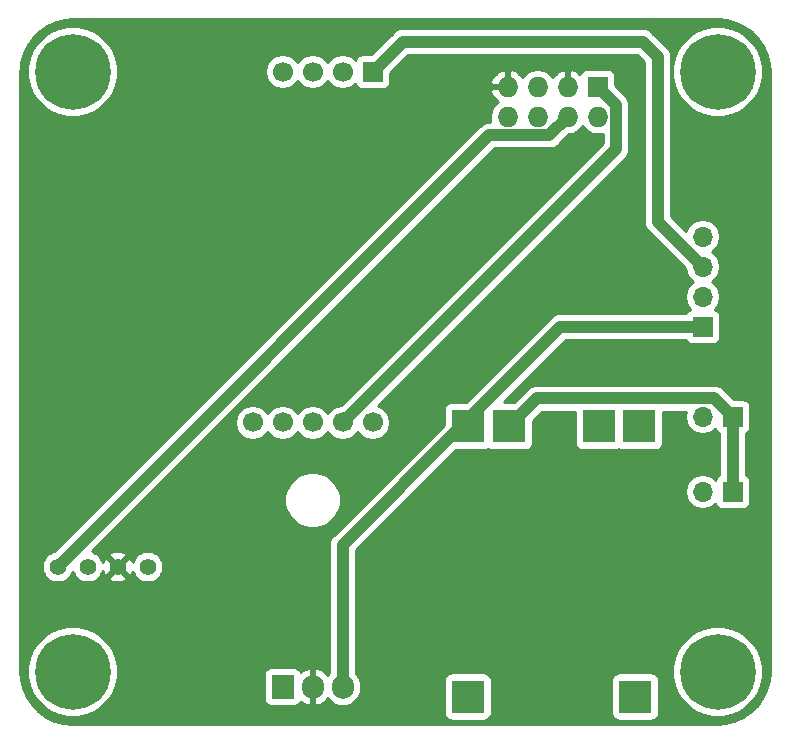
<source format=gbr>
%TF.GenerationSoftware,KiCad,Pcbnew,(5.1.10)-1*%
%TF.CreationDate,2022-04-16T20:13:42-07:00*%
%TF.ProjectId,S8-CO2 Sensor KiCAD,53382d43-4f32-4205-9365-6e736f72204b,rev?*%
%TF.SameCoordinates,Original*%
%TF.FileFunction,Copper,L1,Top*%
%TF.FilePolarity,Positive*%
%FSLAX46Y46*%
G04 Gerber Fmt 4.6, Leading zero omitted, Abs format (unit mm)*
G04 Created by KiCad (PCBNEW (5.1.10)-1) date 2022-04-16 20:13:42*
%MOMM*%
%LPD*%
G01*
G04 APERTURE LIST*
%TA.AperFunction,ComponentPad*%
%ADD10C,1.700000*%
%TD*%
%TA.AperFunction,ComponentPad*%
%ADD11R,1.700000X1.700000*%
%TD*%
%TA.AperFunction,ComponentPad*%
%ADD12O,1.700000X1.700000*%
%TD*%
%TA.AperFunction,ComponentPad*%
%ADD13R,1.727200X1.727200*%
%TD*%
%TA.AperFunction,ComponentPad*%
%ADD14O,1.727200X1.727200*%
%TD*%
%TA.AperFunction,ComponentPad*%
%ADD15R,2.800000X2.800000*%
%TD*%
%TA.AperFunction,ComponentPad*%
%ADD16R,1.905000X2.000000*%
%TD*%
%TA.AperFunction,ComponentPad*%
%ADD17O,1.905000X2.000000*%
%TD*%
%TA.AperFunction,ComponentPad*%
%ADD18C,6.400000*%
%TD*%
%TA.AperFunction,ComponentPad*%
%ADD19C,0.800000*%
%TD*%
%TA.AperFunction,ComponentPad*%
%ADD20C,1.397000*%
%TD*%
%TA.AperFunction,Conductor*%
%ADD21C,1.000000*%
%TD*%
%TA.AperFunction,Conductor*%
%ADD22C,0.254000*%
%TD*%
%TA.AperFunction,Conductor*%
%ADD23C,0.100000*%
%TD*%
G04 APERTURE END LIST*
D10*
%TO.P,DB4,9*%
%TO.N,Net-(DB4-Pad9)*%
X135890000Y-99550000D03*
%TO.P,DB4,8*%
%TO.N,Net-(DB3-Pad1)*%
X133350000Y-99550000D03*
%TO.P,DB4,7*%
%TO.N,Net-(DB3-Pad8)*%
X130810000Y-99550000D03*
%TO.P,DB4,6*%
%TO.N,Net-(DB4-Pad6)*%
X128270000Y-99550000D03*
%TO.P,DB4,4*%
%TO.N,Net-(DB4-Pad4)*%
X128270000Y-69850000D03*
D11*
%TO.P,DB4,1*%
%TO.N,+5V*%
X135890000Y-69850000D03*
D10*
%TO.P,DB4,2*%
%TO.N,GND*%
X133350000Y-69850000D03*
%TO.P,DB4,3*%
%TO.N,Net-(DB4-Pad3)*%
X130810000Y-69850000D03*
%TO.P,DB4,5*%
%TO.N,Net-(DB4-Pad5)*%
X125730000Y-99550000D03*
%TD*%
D12*
%TO.P,LION2,2*%
%TO.N,GND*%
X163830000Y-105410000D03*
D11*
%TO.P,LION2,1*%
%TO.N,Net-(DB1-Pad5)*%
X166370000Y-105410000D03*
%TD*%
D13*
%TO.P,DB3,1*%
%TO.N,Net-(DB3-Pad1)*%
X154940000Y-71120000D03*
D14*
%TO.P,DB3,2*%
%TO.N,GND*%
X154940000Y-73660000D03*
%TO.P,DB3,3*%
%TO.N,+3V3*%
X152400000Y-71120000D03*
%TO.P,DB3,4*%
%TO.N,/SDA*%
X152400000Y-73660000D03*
%TO.P,DB3,5*%
%TO.N,Net-(DB3-Pad5)*%
X149860000Y-71120000D03*
%TO.P,DB3,6*%
%TO.N,/SCL*%
X149860000Y-73660000D03*
%TO.P,DB3,7*%
%TO.N,+3V3*%
X147320000Y-71120000D03*
%TO.P,DB3,8*%
%TO.N,Net-(DB3-Pad8)*%
X147320000Y-73660000D03*
%TD*%
D15*
%TO.P,DB1,6*%
%TO.N,GND*%
X155040000Y-99860000D03*
%TO.P,DB1,5*%
%TO.N,Net-(DB1-Pad5)*%
X147440000Y-99860000D03*
%TO.P,DB1,4*%
%TO.N,GND*%
X158440000Y-99860000D03*
%TO.P,DB1,3*%
%TO.N,Net-(DB1-Pad3)*%
X143940000Y-99860000D03*
%TO.P,DB1,2*%
%TO.N,GND*%
X158140000Y-122760000D03*
%TO.P,DB1,1*%
%TO.N,VCC*%
X143940000Y-122760000D03*
%TD*%
D11*
%TO.P,DB2,1*%
%TO.N,Net-(DB1-Pad3)*%
X163830000Y-91440000D03*
D12*
%TO.P,DB2,2*%
%TO.N,GND*%
X163830000Y-88900000D03*
%TO.P,DB2,3*%
%TO.N,+5V*%
X163830000Y-86360000D03*
%TO.P,DB2,4*%
%TO.N,GND*%
X163830000Y-83820000D03*
%TD*%
D11*
%TO.P,LION1,1*%
%TO.N,Net-(DB1-Pad5)*%
X166370000Y-99060000D03*
D12*
%TO.P,LION1,2*%
%TO.N,GND*%
X163830000Y-99060000D03*
%TD*%
D16*
%TO.P,VR1,1*%
%TO.N,GND*%
X128270000Y-121920000D03*
D17*
%TO.P,VR1,2*%
%TO.N,+3V3*%
X130810000Y-121920000D03*
%TO.P,VR1,3*%
%TO.N,Net-(DB1-Pad3)*%
X133350000Y-121920000D03*
%TD*%
D18*
%TO.P,H1,1*%
%TO.N,GND*%
X110490000Y-69850000D03*
D19*
X112890000Y-69850000D03*
X112187056Y-71547056D03*
X110490000Y-72250000D03*
X108792944Y-71547056D03*
X108090000Y-69850000D03*
X108792944Y-68152944D03*
X110490000Y-67450000D03*
X112187056Y-68152944D03*
%TD*%
%TO.P,H2,1*%
%TO.N,GND*%
X166797056Y-68152944D03*
X165100000Y-67450000D03*
X163402944Y-68152944D03*
X162700000Y-69850000D03*
X163402944Y-71547056D03*
X165100000Y-72250000D03*
X166797056Y-71547056D03*
X167500000Y-69850000D03*
D18*
X165100000Y-69850000D03*
%TD*%
%TO.P,H3,1*%
%TO.N,GND*%
X110490000Y-120650000D03*
D19*
X112890000Y-120650000D03*
X112187056Y-122347056D03*
X110490000Y-123050000D03*
X108792944Y-122347056D03*
X108090000Y-120650000D03*
X108792944Y-118952944D03*
X110490000Y-118250000D03*
X112187056Y-118952944D03*
%TD*%
%TO.P,H4,1*%
%TO.N,GND*%
X166797056Y-118952944D03*
X165100000Y-118250000D03*
X163402944Y-118952944D03*
X162700000Y-120650000D03*
X163402944Y-122347056D03*
X165100000Y-123050000D03*
X166797056Y-122347056D03*
X167500000Y-120650000D03*
D18*
X165100000Y-120650000D03*
%TD*%
D20*
%TO.P,DS1,1*%
%TO.N,/SDA*%
X109220000Y-111760000D03*
%TO.P,DS1,2*%
%TO.N,/SCL*%
X111760000Y-111760000D03*
%TO.P,DS1,3*%
%TO.N,+3V3*%
X114300000Y-111760000D03*
%TO.P,DS1,4*%
%TO.N,GND*%
X116840000Y-111760000D03*
%TD*%
D21*
%TO.N,Net-(DB1-Pad5)*%
X166370000Y-105410000D02*
X166370000Y-99060000D01*
X149790001Y-97509999D02*
X147440000Y-99860000D01*
X164819999Y-97509999D02*
X149790001Y-97509999D01*
X166370000Y-99060000D02*
X164819999Y-97509999D01*
%TO.N,Net-(DB1-Pad3)*%
X143940000Y-99299998D02*
X143940000Y-99860000D01*
X151799998Y-91440000D02*
X143940000Y-99299998D01*
X163830000Y-91440000D02*
X151799998Y-91440000D01*
X133350000Y-109889998D02*
X143379998Y-99860000D01*
X143379998Y-99860000D02*
X143940000Y-99860000D01*
X133350000Y-121920000D02*
X133350000Y-109889998D01*
%TO.N,+5V*%
X136183601Y-69556399D02*
X135890000Y-69850000D01*
X160020000Y-82550000D02*
X163830000Y-86360000D01*
X160020000Y-68580000D02*
X160020000Y-82550000D01*
X158750000Y-67310000D02*
X160020000Y-68580000D01*
X138430000Y-67310000D02*
X158750000Y-67310000D01*
X135890000Y-69850000D02*
X138430000Y-67310000D01*
%TO.N,Net-(DB3-Pad1)*%
X156503601Y-76396399D02*
X133350000Y-99550000D01*
X156503601Y-72683601D02*
X156503601Y-76396399D01*
X154940000Y-71120000D02*
X156503601Y-72683601D01*
%TO.N,/SDA*%
X150836399Y-75223601D02*
X145756399Y-75223601D01*
X152400000Y-73660000D02*
X150836399Y-75223601D01*
X145756399Y-75223601D02*
X109220000Y-111760000D01*
%TD*%
D22*
%TO.N,+3V3*%
X165882249Y-65502437D02*
X166639774Y-65709672D01*
X167348625Y-66047777D01*
X167986404Y-66506067D01*
X168532946Y-67070055D01*
X168970977Y-67721913D01*
X169286651Y-68441038D01*
X169471206Y-69209768D01*
X169520001Y-69874221D01*
X169520000Y-120620608D01*
X169447563Y-121432249D01*
X169240328Y-122189774D01*
X168902221Y-122898627D01*
X168443928Y-123536410D01*
X167879945Y-124082946D01*
X167228085Y-124520978D01*
X166508963Y-124836651D01*
X165740232Y-125021206D01*
X165075792Y-125070000D01*
X110519392Y-125070000D01*
X109707751Y-124997563D01*
X108950226Y-124790328D01*
X108241373Y-124452221D01*
X107603590Y-123993928D01*
X107057054Y-123429945D01*
X106619022Y-122778085D01*
X106303349Y-122058963D01*
X106118794Y-121290232D01*
X106070000Y-120625792D01*
X106070000Y-120272285D01*
X106655000Y-120272285D01*
X106655000Y-121027715D01*
X106802377Y-121768628D01*
X107091467Y-122466554D01*
X107511161Y-123094670D01*
X108045330Y-123628839D01*
X108673446Y-124048533D01*
X109371372Y-124337623D01*
X110112285Y-124485000D01*
X110867715Y-124485000D01*
X111608628Y-124337623D01*
X112306554Y-124048533D01*
X112934670Y-123628839D01*
X113468839Y-123094670D01*
X113888533Y-122466554D01*
X114177623Y-121768628D01*
X114325000Y-121027715D01*
X114325000Y-120920000D01*
X126679428Y-120920000D01*
X126679428Y-122920000D01*
X126691688Y-123044482D01*
X126727998Y-123164180D01*
X126786963Y-123274494D01*
X126866315Y-123371185D01*
X126963006Y-123450537D01*
X127073320Y-123509502D01*
X127193018Y-123545812D01*
X127317500Y-123558072D01*
X129222500Y-123558072D01*
X129346982Y-123545812D01*
X129466680Y-123509502D01*
X129576994Y-123450537D01*
X129673685Y-123371185D01*
X129753037Y-123274494D01*
X129802059Y-123182781D01*
X129943077Y-123295969D01*
X130218906Y-123439571D01*
X130437020Y-123510563D01*
X130683000Y-123390594D01*
X130683000Y-122047000D01*
X130663000Y-122047000D01*
X130663000Y-121793000D01*
X130683000Y-121793000D01*
X130683000Y-120449406D01*
X130437020Y-120329437D01*
X130218906Y-120400429D01*
X129943077Y-120544031D01*
X129802059Y-120657219D01*
X129753037Y-120565506D01*
X129673685Y-120468815D01*
X129576994Y-120389463D01*
X129466680Y-120330498D01*
X129346982Y-120294188D01*
X129222500Y-120281928D01*
X127317500Y-120281928D01*
X127193018Y-120294188D01*
X127073320Y-120330498D01*
X126963006Y-120389463D01*
X126866315Y-120468815D01*
X126786963Y-120565506D01*
X126727998Y-120675820D01*
X126691688Y-120795518D01*
X126679428Y-120920000D01*
X114325000Y-120920000D01*
X114325000Y-120272285D01*
X114177623Y-119531372D01*
X113888533Y-118833446D01*
X113468839Y-118205330D01*
X112934670Y-117671161D01*
X112306554Y-117251467D01*
X111608628Y-116962377D01*
X110867715Y-116815000D01*
X110112285Y-116815000D01*
X109371372Y-116962377D01*
X108673446Y-117251467D01*
X108045330Y-117671161D01*
X107511161Y-118205330D01*
X107091467Y-118833446D01*
X106802377Y-119531372D01*
X106655000Y-120272285D01*
X106070000Y-120272285D01*
X106070000Y-111628662D01*
X107886500Y-111628662D01*
X107886500Y-111891338D01*
X107937746Y-112148968D01*
X108038268Y-112391649D01*
X108184203Y-112610057D01*
X108369943Y-112795797D01*
X108588351Y-112941732D01*
X108831032Y-113042254D01*
X109088662Y-113093500D01*
X109351338Y-113093500D01*
X109608968Y-113042254D01*
X109851649Y-112941732D01*
X110070057Y-112795797D01*
X110255797Y-112610057D01*
X110401732Y-112391649D01*
X110490000Y-112178552D01*
X110578268Y-112391649D01*
X110724203Y-112610057D01*
X110909943Y-112795797D01*
X111128351Y-112941732D01*
X111371032Y-113042254D01*
X111628662Y-113093500D01*
X111891338Y-113093500D01*
X112148968Y-113042254D01*
X112391649Y-112941732D01*
X112610057Y-112795797D01*
X112725657Y-112680197D01*
X113559408Y-112680197D01*
X113618686Y-112913812D01*
X113856875Y-113024559D01*
X114112093Y-113086711D01*
X114374533Y-113097876D01*
X114634107Y-113057629D01*
X114880842Y-112967514D01*
X114981314Y-112913812D01*
X115040592Y-112680197D01*
X114300000Y-111939605D01*
X113559408Y-112680197D01*
X112725657Y-112680197D01*
X112795797Y-112610057D01*
X112941732Y-112391649D01*
X113031707Y-112174430D01*
X113092486Y-112340842D01*
X113146188Y-112441314D01*
X113379803Y-112500592D01*
X114120395Y-111760000D01*
X114479605Y-111760000D01*
X115220197Y-112500592D01*
X115453812Y-112441314D01*
X115564559Y-112203125D01*
X115570342Y-112179378D01*
X115658268Y-112391649D01*
X115804203Y-112610057D01*
X115989943Y-112795797D01*
X116208351Y-112941732D01*
X116451032Y-113042254D01*
X116708662Y-113093500D01*
X116971338Y-113093500D01*
X117228968Y-113042254D01*
X117471649Y-112941732D01*
X117690057Y-112795797D01*
X117875797Y-112610057D01*
X118021732Y-112391649D01*
X118122254Y-112148968D01*
X118173500Y-111891338D01*
X118173500Y-111628662D01*
X118122254Y-111371032D01*
X118021732Y-111128351D01*
X117875797Y-110909943D01*
X117690057Y-110724203D01*
X117471649Y-110578268D01*
X117228968Y-110477746D01*
X116971338Y-110426500D01*
X116708662Y-110426500D01*
X116451032Y-110477746D01*
X116208351Y-110578268D01*
X115989943Y-110724203D01*
X115804203Y-110909943D01*
X115658268Y-111128351D01*
X115568293Y-111345570D01*
X115507514Y-111179158D01*
X115453812Y-111078686D01*
X115220197Y-111019408D01*
X114479605Y-111760000D01*
X114120395Y-111760000D01*
X113379803Y-111019408D01*
X113146188Y-111078686D01*
X113035441Y-111316875D01*
X113029658Y-111340622D01*
X112941732Y-111128351D01*
X112795797Y-110909943D01*
X112725657Y-110839803D01*
X113559408Y-110839803D01*
X114300000Y-111580395D01*
X115040592Y-110839803D01*
X114981314Y-110606188D01*
X114743125Y-110495441D01*
X114487907Y-110433289D01*
X114225467Y-110422124D01*
X113965893Y-110462371D01*
X113719158Y-110552486D01*
X113618686Y-110606188D01*
X113559408Y-110839803D01*
X112725657Y-110839803D01*
X112610057Y-110724203D01*
X112391649Y-110578268D01*
X112148968Y-110477746D01*
X112114284Y-110470847D01*
X116700033Y-105885098D01*
X128425000Y-105885098D01*
X128425000Y-106354902D01*
X128516654Y-106815679D01*
X128696440Y-107249721D01*
X128957450Y-107640349D01*
X129289651Y-107972550D01*
X129680279Y-108233560D01*
X130114321Y-108413346D01*
X130575098Y-108505000D01*
X131044902Y-108505000D01*
X131505679Y-108413346D01*
X131939721Y-108233560D01*
X132330349Y-107972550D01*
X132662550Y-107640349D01*
X132923560Y-107249721D01*
X133103346Y-106815679D01*
X133195000Y-106354902D01*
X133195000Y-105885098D01*
X133103346Y-105424321D01*
X132923560Y-104990279D01*
X132662550Y-104599651D01*
X132330349Y-104267450D01*
X131939721Y-104006440D01*
X131505679Y-103826654D01*
X131044902Y-103735000D01*
X130575098Y-103735000D01*
X130114321Y-103826654D01*
X129680279Y-104006440D01*
X129289651Y-104267450D01*
X128957450Y-104599651D01*
X128696440Y-104990279D01*
X128516654Y-105424321D01*
X128425000Y-105885098D01*
X116700033Y-105885098D01*
X146226531Y-76358601D01*
X150780648Y-76358601D01*
X150836399Y-76364092D01*
X150892150Y-76358601D01*
X150892151Y-76358601D01*
X151058898Y-76342178D01*
X151272846Y-76277277D01*
X151470022Y-76171885D01*
X151642848Y-76030050D01*
X151678395Y-75986736D01*
X152506532Y-75158600D01*
X152547599Y-75158600D01*
X152837125Y-75101010D01*
X153109853Y-74988042D01*
X153355302Y-74824039D01*
X153564039Y-74615302D01*
X153670000Y-74456719D01*
X153775961Y-74615302D01*
X153984698Y-74824039D01*
X154230147Y-74988042D01*
X154502875Y-75101010D01*
X154792401Y-75158600D01*
X155087599Y-75158600D01*
X155368602Y-75102705D01*
X155368602Y-75926265D01*
X133229869Y-98065000D01*
X133203740Y-98065000D01*
X132916842Y-98122068D01*
X132646589Y-98234010D01*
X132403368Y-98396525D01*
X132196525Y-98603368D01*
X132080000Y-98777760D01*
X131963475Y-98603368D01*
X131756632Y-98396525D01*
X131513411Y-98234010D01*
X131243158Y-98122068D01*
X130956260Y-98065000D01*
X130663740Y-98065000D01*
X130376842Y-98122068D01*
X130106589Y-98234010D01*
X129863368Y-98396525D01*
X129656525Y-98603368D01*
X129540000Y-98777760D01*
X129423475Y-98603368D01*
X129216632Y-98396525D01*
X128973411Y-98234010D01*
X128703158Y-98122068D01*
X128416260Y-98065000D01*
X128123740Y-98065000D01*
X127836842Y-98122068D01*
X127566589Y-98234010D01*
X127323368Y-98396525D01*
X127116525Y-98603368D01*
X127000000Y-98777760D01*
X126883475Y-98603368D01*
X126676632Y-98396525D01*
X126433411Y-98234010D01*
X126163158Y-98122068D01*
X125876260Y-98065000D01*
X125583740Y-98065000D01*
X125296842Y-98122068D01*
X125026589Y-98234010D01*
X124783368Y-98396525D01*
X124576525Y-98603368D01*
X124414010Y-98846589D01*
X124302068Y-99116842D01*
X124245000Y-99403740D01*
X124245000Y-99696260D01*
X124302068Y-99983158D01*
X124414010Y-100253411D01*
X124576525Y-100496632D01*
X124783368Y-100703475D01*
X125026589Y-100865990D01*
X125296842Y-100977932D01*
X125583740Y-101035000D01*
X125876260Y-101035000D01*
X126163158Y-100977932D01*
X126433411Y-100865990D01*
X126676632Y-100703475D01*
X126883475Y-100496632D01*
X127000000Y-100322240D01*
X127116525Y-100496632D01*
X127323368Y-100703475D01*
X127566589Y-100865990D01*
X127836842Y-100977932D01*
X128123740Y-101035000D01*
X128416260Y-101035000D01*
X128703158Y-100977932D01*
X128973411Y-100865990D01*
X129216632Y-100703475D01*
X129423475Y-100496632D01*
X129540000Y-100322240D01*
X129656525Y-100496632D01*
X129863368Y-100703475D01*
X130106589Y-100865990D01*
X130376842Y-100977932D01*
X130663740Y-101035000D01*
X130956260Y-101035000D01*
X131243158Y-100977932D01*
X131513411Y-100865990D01*
X131756632Y-100703475D01*
X131963475Y-100496632D01*
X132080000Y-100322240D01*
X132196525Y-100496632D01*
X132403368Y-100703475D01*
X132646589Y-100865990D01*
X132916842Y-100977932D01*
X133203740Y-101035000D01*
X133496260Y-101035000D01*
X133783158Y-100977932D01*
X134053411Y-100865990D01*
X134296632Y-100703475D01*
X134503475Y-100496632D01*
X134620000Y-100322240D01*
X134736525Y-100496632D01*
X134943368Y-100703475D01*
X135186589Y-100865990D01*
X135456842Y-100977932D01*
X135743740Y-101035000D01*
X136036260Y-101035000D01*
X136323158Y-100977932D01*
X136593411Y-100865990D01*
X136836632Y-100703475D01*
X137043475Y-100496632D01*
X137205990Y-100253411D01*
X137317932Y-99983158D01*
X137375000Y-99696260D01*
X137375000Y-99403740D01*
X137317932Y-99116842D01*
X137205990Y-98846589D01*
X137043475Y-98603368D01*
X136836632Y-98396525D01*
X136593411Y-98234010D01*
X136365517Y-98139614D01*
X157266747Y-77238386D01*
X157310050Y-77202848D01*
X157451885Y-77030022D01*
X157557277Y-76832846D01*
X157622178Y-76618898D01*
X157638601Y-76452151D01*
X157644092Y-76396399D01*
X157638601Y-76340647D01*
X157638601Y-72739353D01*
X157644092Y-72683601D01*
X157622178Y-72461102D01*
X157557277Y-72247154D01*
X157451885Y-72049978D01*
X157368277Y-71948102D01*
X157310050Y-71877152D01*
X157266741Y-71841610D01*
X156441672Y-71016541D01*
X156441672Y-70256400D01*
X156429412Y-70131918D01*
X156393102Y-70012220D01*
X156334137Y-69901906D01*
X156254785Y-69805215D01*
X156158094Y-69725863D01*
X156047780Y-69666898D01*
X155928082Y-69630588D01*
X155803600Y-69618328D01*
X154076400Y-69618328D01*
X153951918Y-69630588D01*
X153832220Y-69666898D01*
X153721906Y-69725863D01*
X153625215Y-69805215D01*
X153545863Y-69901906D01*
X153486898Y-70012220D01*
X153467376Y-70076574D01*
X153410293Y-70013146D01*
X153174944Y-69837316D01*
X152909814Y-69710778D01*
X152759026Y-69665042D01*
X152527000Y-69786183D01*
X152527000Y-70993000D01*
X152547000Y-70993000D01*
X152547000Y-71247000D01*
X152527000Y-71247000D01*
X152527000Y-71267000D01*
X152273000Y-71267000D01*
X152273000Y-71247000D01*
X152253000Y-71247000D01*
X152253000Y-70993000D01*
X152273000Y-70993000D01*
X152273000Y-69786183D01*
X152040974Y-69665042D01*
X151890186Y-69710778D01*
X151625056Y-69837316D01*
X151389707Y-70013146D01*
X151193183Y-70231512D01*
X151134559Y-70330103D01*
X151024039Y-70164698D01*
X150815302Y-69955961D01*
X150569853Y-69791958D01*
X150297125Y-69678990D01*
X150007599Y-69621400D01*
X149712401Y-69621400D01*
X149422875Y-69678990D01*
X149150147Y-69791958D01*
X148904698Y-69955961D01*
X148695961Y-70164698D01*
X148585441Y-70330103D01*
X148526817Y-70231512D01*
X148330293Y-70013146D01*
X148094944Y-69837316D01*
X147829814Y-69710778D01*
X147679026Y-69665042D01*
X147447000Y-69786183D01*
X147447000Y-70993000D01*
X147467000Y-70993000D01*
X147467000Y-71247000D01*
X147447000Y-71247000D01*
X147447000Y-71267000D01*
X147193000Y-71267000D01*
X147193000Y-71247000D01*
X145985536Y-71247000D01*
X145865037Y-71479027D01*
X145963036Y-71755978D01*
X146113183Y-72008488D01*
X146309707Y-72226854D01*
X146525813Y-72388308D01*
X146364698Y-72495961D01*
X146155961Y-72704698D01*
X145991958Y-72950147D01*
X145878990Y-73222875D01*
X145821400Y-73512401D01*
X145821400Y-73807599D01*
X145877294Y-74088601D01*
X145812150Y-74088601D01*
X145756399Y-74083110D01*
X145700647Y-74088601D01*
X145533900Y-74105024D01*
X145319952Y-74169925D01*
X145122776Y-74275317D01*
X144949950Y-74417152D01*
X144914410Y-74460458D01*
X108913534Y-110461335D01*
X108831032Y-110477746D01*
X108588351Y-110578268D01*
X108369943Y-110724203D01*
X108184203Y-110909943D01*
X108038268Y-111128351D01*
X107937746Y-111371032D01*
X107886500Y-111628662D01*
X106070000Y-111628662D01*
X106070000Y-69879392D01*
X106106333Y-69472285D01*
X106655000Y-69472285D01*
X106655000Y-70227715D01*
X106802377Y-70968628D01*
X107091467Y-71666554D01*
X107511161Y-72294670D01*
X108045330Y-72828839D01*
X108673446Y-73248533D01*
X109371372Y-73537623D01*
X110112285Y-73685000D01*
X110867715Y-73685000D01*
X111608628Y-73537623D01*
X112306554Y-73248533D01*
X112934670Y-72828839D01*
X113468839Y-72294670D01*
X113888533Y-71666554D01*
X114177623Y-70968628D01*
X114325000Y-70227715D01*
X114325000Y-69703740D01*
X126785000Y-69703740D01*
X126785000Y-69996260D01*
X126842068Y-70283158D01*
X126954010Y-70553411D01*
X127116525Y-70796632D01*
X127323368Y-71003475D01*
X127566589Y-71165990D01*
X127836842Y-71277932D01*
X128123740Y-71335000D01*
X128416260Y-71335000D01*
X128703158Y-71277932D01*
X128973411Y-71165990D01*
X129216632Y-71003475D01*
X129423475Y-70796632D01*
X129540000Y-70622240D01*
X129656525Y-70796632D01*
X129863368Y-71003475D01*
X130106589Y-71165990D01*
X130376842Y-71277932D01*
X130663740Y-71335000D01*
X130956260Y-71335000D01*
X131243158Y-71277932D01*
X131513411Y-71165990D01*
X131756632Y-71003475D01*
X131963475Y-70796632D01*
X132080000Y-70622240D01*
X132196525Y-70796632D01*
X132403368Y-71003475D01*
X132646589Y-71165990D01*
X132916842Y-71277932D01*
X133203740Y-71335000D01*
X133496260Y-71335000D01*
X133783158Y-71277932D01*
X134053411Y-71165990D01*
X134296632Y-71003475D01*
X134428487Y-70871620D01*
X134450498Y-70944180D01*
X134509463Y-71054494D01*
X134588815Y-71151185D01*
X134685506Y-71230537D01*
X134795820Y-71289502D01*
X134915518Y-71325812D01*
X135040000Y-71338072D01*
X136740000Y-71338072D01*
X136864482Y-71325812D01*
X136984180Y-71289502D01*
X137094494Y-71230537D01*
X137191185Y-71151185D01*
X137270537Y-71054494D01*
X137329502Y-70944180D01*
X137365812Y-70824482D01*
X137372066Y-70760973D01*
X145865037Y-70760973D01*
X145985536Y-70993000D01*
X147193000Y-70993000D01*
X147193000Y-69786183D01*
X146960974Y-69665042D01*
X146810186Y-69710778D01*
X146545056Y-69837316D01*
X146309707Y-70013146D01*
X146113183Y-70231512D01*
X145963036Y-70484022D01*
X145865037Y-70760973D01*
X137372066Y-70760973D01*
X137378072Y-70700000D01*
X137378072Y-69967059D01*
X138900132Y-68445000D01*
X158279869Y-68445000D01*
X158885000Y-69050132D01*
X158885001Y-82494239D01*
X158879509Y-82550000D01*
X158901423Y-82772498D01*
X158966324Y-82986446D01*
X158966325Y-82986447D01*
X159071717Y-83183623D01*
X159213552Y-83356449D01*
X159256860Y-83391991D01*
X162345000Y-86480133D01*
X162345000Y-86506260D01*
X162402068Y-86793158D01*
X162514010Y-87063411D01*
X162676525Y-87306632D01*
X162883368Y-87513475D01*
X163057760Y-87630000D01*
X162883368Y-87746525D01*
X162676525Y-87953368D01*
X162514010Y-88196589D01*
X162402068Y-88466842D01*
X162345000Y-88753740D01*
X162345000Y-89046260D01*
X162402068Y-89333158D01*
X162514010Y-89603411D01*
X162676525Y-89846632D01*
X162808380Y-89978487D01*
X162735820Y-90000498D01*
X162625506Y-90059463D01*
X162528815Y-90138815D01*
X162449463Y-90235506D01*
X162412317Y-90305000D01*
X151855750Y-90305000D01*
X151799998Y-90299509D01*
X151744246Y-90305000D01*
X151577499Y-90321423D01*
X151363551Y-90386324D01*
X151166375Y-90491716D01*
X150993549Y-90633551D01*
X150958007Y-90676859D01*
X143812939Y-97821928D01*
X142540000Y-97821928D01*
X142415518Y-97834188D01*
X142295820Y-97870498D01*
X142185506Y-97929463D01*
X142088815Y-98008815D01*
X142009463Y-98105506D01*
X141950498Y-98215820D01*
X141914188Y-98335518D01*
X141901928Y-98460000D01*
X141901928Y-99732938D01*
X132586860Y-109048007D01*
X132543552Y-109083549D01*
X132401717Y-109256375D01*
X132345384Y-109361768D01*
X132296324Y-109453552D01*
X132231423Y-109667500D01*
X132209509Y-109889998D01*
X132215001Y-109945759D01*
X132215000Y-120753111D01*
X132074838Y-120923900D01*
X131919437Y-120738685D01*
X131676923Y-120544031D01*
X131401094Y-120400429D01*
X131182980Y-120329437D01*
X130937000Y-120449406D01*
X130937000Y-121793000D01*
X130957000Y-121793000D01*
X130957000Y-122047000D01*
X130937000Y-122047000D01*
X130937000Y-123390594D01*
X131182980Y-123510563D01*
X131401094Y-123439571D01*
X131676923Y-123295969D01*
X131919437Y-123101315D01*
X132074837Y-122916101D01*
X132222037Y-123095463D01*
X132463766Y-123293845D01*
X132739552Y-123441255D01*
X133038797Y-123532030D01*
X133350000Y-123562681D01*
X133661204Y-123532030D01*
X133960449Y-123441255D01*
X134236235Y-123293845D01*
X134477963Y-123095463D01*
X134676345Y-122853734D01*
X134823755Y-122577948D01*
X134914530Y-122278703D01*
X134937500Y-122045485D01*
X134937500Y-121794514D01*
X134914530Y-121561296D01*
X134853468Y-121360000D01*
X141901928Y-121360000D01*
X141901928Y-124160000D01*
X141914188Y-124284482D01*
X141950498Y-124404180D01*
X142009463Y-124514494D01*
X142088815Y-124611185D01*
X142185506Y-124690537D01*
X142295820Y-124749502D01*
X142415518Y-124785812D01*
X142540000Y-124798072D01*
X145340000Y-124798072D01*
X145464482Y-124785812D01*
X145584180Y-124749502D01*
X145694494Y-124690537D01*
X145791185Y-124611185D01*
X145870537Y-124514494D01*
X145929502Y-124404180D01*
X145965812Y-124284482D01*
X145978072Y-124160000D01*
X145978072Y-121360000D01*
X156101928Y-121360000D01*
X156101928Y-124160000D01*
X156114188Y-124284482D01*
X156150498Y-124404180D01*
X156209463Y-124514494D01*
X156288815Y-124611185D01*
X156385506Y-124690537D01*
X156495820Y-124749502D01*
X156615518Y-124785812D01*
X156740000Y-124798072D01*
X159540000Y-124798072D01*
X159664482Y-124785812D01*
X159784180Y-124749502D01*
X159894494Y-124690537D01*
X159991185Y-124611185D01*
X160070537Y-124514494D01*
X160129502Y-124404180D01*
X160165812Y-124284482D01*
X160178072Y-124160000D01*
X160178072Y-121360000D01*
X160165812Y-121235518D01*
X160129502Y-121115820D01*
X160070537Y-121005506D01*
X159991185Y-120908815D01*
X159894494Y-120829463D01*
X159784180Y-120770498D01*
X159664482Y-120734188D01*
X159540000Y-120721928D01*
X156740000Y-120721928D01*
X156615518Y-120734188D01*
X156495820Y-120770498D01*
X156385506Y-120829463D01*
X156288815Y-120908815D01*
X156209463Y-121005506D01*
X156150498Y-121115820D01*
X156114188Y-121235518D01*
X156101928Y-121360000D01*
X145978072Y-121360000D01*
X145965812Y-121235518D01*
X145929502Y-121115820D01*
X145870537Y-121005506D01*
X145791185Y-120908815D01*
X145694494Y-120829463D01*
X145584180Y-120770498D01*
X145464482Y-120734188D01*
X145340000Y-120721928D01*
X142540000Y-120721928D01*
X142415518Y-120734188D01*
X142295820Y-120770498D01*
X142185506Y-120829463D01*
X142088815Y-120908815D01*
X142009463Y-121005506D01*
X141950498Y-121115820D01*
X141914188Y-121235518D01*
X141901928Y-121360000D01*
X134853468Y-121360000D01*
X134823755Y-121262051D01*
X134676345Y-120986265D01*
X134485000Y-120753112D01*
X134485000Y-120272285D01*
X161265000Y-120272285D01*
X161265000Y-121027715D01*
X161412377Y-121768628D01*
X161701467Y-122466554D01*
X162121161Y-123094670D01*
X162655330Y-123628839D01*
X163283446Y-124048533D01*
X163981372Y-124337623D01*
X164722285Y-124485000D01*
X165477715Y-124485000D01*
X166218628Y-124337623D01*
X166916554Y-124048533D01*
X167544670Y-123628839D01*
X168078839Y-123094670D01*
X168498533Y-122466554D01*
X168787623Y-121768628D01*
X168935000Y-121027715D01*
X168935000Y-120272285D01*
X168787623Y-119531372D01*
X168498533Y-118833446D01*
X168078839Y-118205330D01*
X167544670Y-117671161D01*
X166916554Y-117251467D01*
X166218628Y-116962377D01*
X165477715Y-116815000D01*
X164722285Y-116815000D01*
X163981372Y-116962377D01*
X163283446Y-117251467D01*
X162655330Y-117671161D01*
X162121161Y-118205330D01*
X161701467Y-118833446D01*
X161412377Y-119531372D01*
X161265000Y-120272285D01*
X134485000Y-120272285D01*
X134485000Y-110360129D01*
X142947058Y-101898072D01*
X145340000Y-101898072D01*
X145464482Y-101885812D01*
X145584180Y-101849502D01*
X145690000Y-101792939D01*
X145795820Y-101849502D01*
X145915518Y-101885812D01*
X146040000Y-101898072D01*
X148840000Y-101898072D01*
X148964482Y-101885812D01*
X149084180Y-101849502D01*
X149194494Y-101790537D01*
X149291185Y-101711185D01*
X149370537Y-101614494D01*
X149429502Y-101504180D01*
X149465812Y-101384482D01*
X149478072Y-101260000D01*
X149478072Y-99427060D01*
X150260133Y-98644999D01*
X153001928Y-98644999D01*
X153001928Y-101260000D01*
X153014188Y-101384482D01*
X153050498Y-101504180D01*
X153109463Y-101614494D01*
X153188815Y-101711185D01*
X153285506Y-101790537D01*
X153395820Y-101849502D01*
X153515518Y-101885812D01*
X153640000Y-101898072D01*
X156440000Y-101898072D01*
X156564482Y-101885812D01*
X156684180Y-101849502D01*
X156740000Y-101819665D01*
X156795820Y-101849502D01*
X156915518Y-101885812D01*
X157040000Y-101898072D01*
X159840000Y-101898072D01*
X159964482Y-101885812D01*
X160084180Y-101849502D01*
X160194494Y-101790537D01*
X160291185Y-101711185D01*
X160370537Y-101614494D01*
X160429502Y-101504180D01*
X160465812Y-101384482D01*
X160478072Y-101260000D01*
X160478072Y-98644999D01*
X162398456Y-98644999D01*
X162345000Y-98913740D01*
X162345000Y-99206260D01*
X162402068Y-99493158D01*
X162514010Y-99763411D01*
X162676525Y-100006632D01*
X162883368Y-100213475D01*
X163126589Y-100375990D01*
X163396842Y-100487932D01*
X163683740Y-100545000D01*
X163976260Y-100545000D01*
X164263158Y-100487932D01*
X164533411Y-100375990D01*
X164776632Y-100213475D01*
X164908487Y-100081620D01*
X164930498Y-100154180D01*
X164989463Y-100264494D01*
X165068815Y-100361185D01*
X165165506Y-100440537D01*
X165235001Y-100477683D01*
X165235000Y-103992317D01*
X165165506Y-104029463D01*
X165068815Y-104108815D01*
X164989463Y-104205506D01*
X164930498Y-104315820D01*
X164908487Y-104388380D01*
X164776632Y-104256525D01*
X164533411Y-104094010D01*
X164263158Y-103982068D01*
X163976260Y-103925000D01*
X163683740Y-103925000D01*
X163396842Y-103982068D01*
X163126589Y-104094010D01*
X162883368Y-104256525D01*
X162676525Y-104463368D01*
X162514010Y-104706589D01*
X162402068Y-104976842D01*
X162345000Y-105263740D01*
X162345000Y-105556260D01*
X162402068Y-105843158D01*
X162514010Y-106113411D01*
X162676525Y-106356632D01*
X162883368Y-106563475D01*
X163126589Y-106725990D01*
X163396842Y-106837932D01*
X163683740Y-106895000D01*
X163976260Y-106895000D01*
X164263158Y-106837932D01*
X164533411Y-106725990D01*
X164776632Y-106563475D01*
X164908487Y-106431620D01*
X164930498Y-106504180D01*
X164989463Y-106614494D01*
X165068815Y-106711185D01*
X165165506Y-106790537D01*
X165275820Y-106849502D01*
X165395518Y-106885812D01*
X165520000Y-106898072D01*
X167220000Y-106898072D01*
X167344482Y-106885812D01*
X167464180Y-106849502D01*
X167574494Y-106790537D01*
X167671185Y-106711185D01*
X167750537Y-106614494D01*
X167809502Y-106504180D01*
X167845812Y-106384482D01*
X167858072Y-106260000D01*
X167858072Y-104560000D01*
X167845812Y-104435518D01*
X167809502Y-104315820D01*
X167750537Y-104205506D01*
X167671185Y-104108815D01*
X167574494Y-104029463D01*
X167505000Y-103992317D01*
X167505000Y-100477683D01*
X167574494Y-100440537D01*
X167671185Y-100361185D01*
X167750537Y-100264494D01*
X167809502Y-100154180D01*
X167845812Y-100034482D01*
X167858072Y-99910000D01*
X167858072Y-98210000D01*
X167845812Y-98085518D01*
X167809502Y-97965820D01*
X167750537Y-97855506D01*
X167671185Y-97758815D01*
X167574494Y-97679463D01*
X167464180Y-97620498D01*
X167344482Y-97584188D01*
X167220000Y-97571928D01*
X166487060Y-97571928D01*
X165661995Y-96746864D01*
X165626448Y-96703550D01*
X165453622Y-96561715D01*
X165256446Y-96456323D01*
X165042498Y-96391422D01*
X164875751Y-96374999D01*
X164875750Y-96374999D01*
X164819999Y-96369508D01*
X164764248Y-96374999D01*
X149845742Y-96374999D01*
X149790000Y-96369509D01*
X149734258Y-96374999D01*
X149734249Y-96374999D01*
X149567502Y-96391422D01*
X149353554Y-96456323D01*
X149156378Y-96561715D01*
X148983552Y-96703550D01*
X148948010Y-96746858D01*
X147872940Y-97821928D01*
X147023201Y-97821928D01*
X152270130Y-92575000D01*
X162412317Y-92575000D01*
X162449463Y-92644494D01*
X162528815Y-92741185D01*
X162625506Y-92820537D01*
X162735820Y-92879502D01*
X162855518Y-92915812D01*
X162980000Y-92928072D01*
X164680000Y-92928072D01*
X164804482Y-92915812D01*
X164924180Y-92879502D01*
X165034494Y-92820537D01*
X165131185Y-92741185D01*
X165210537Y-92644494D01*
X165269502Y-92534180D01*
X165305812Y-92414482D01*
X165318072Y-92290000D01*
X165318072Y-90590000D01*
X165305812Y-90465518D01*
X165269502Y-90345820D01*
X165210537Y-90235506D01*
X165131185Y-90138815D01*
X165034494Y-90059463D01*
X164924180Y-90000498D01*
X164851620Y-89978487D01*
X164983475Y-89846632D01*
X165145990Y-89603411D01*
X165257932Y-89333158D01*
X165315000Y-89046260D01*
X165315000Y-88753740D01*
X165257932Y-88466842D01*
X165145990Y-88196589D01*
X164983475Y-87953368D01*
X164776632Y-87746525D01*
X164602240Y-87630000D01*
X164776632Y-87513475D01*
X164983475Y-87306632D01*
X165145990Y-87063411D01*
X165257932Y-86793158D01*
X165315000Y-86506260D01*
X165315000Y-86213740D01*
X165257932Y-85926842D01*
X165145990Y-85656589D01*
X164983475Y-85413368D01*
X164776632Y-85206525D01*
X164602240Y-85090000D01*
X164776632Y-84973475D01*
X164983475Y-84766632D01*
X165145990Y-84523411D01*
X165257932Y-84253158D01*
X165315000Y-83966260D01*
X165315000Y-83673740D01*
X165257932Y-83386842D01*
X165145990Y-83116589D01*
X164983475Y-82873368D01*
X164776632Y-82666525D01*
X164533411Y-82504010D01*
X164263158Y-82392068D01*
X163976260Y-82335000D01*
X163683740Y-82335000D01*
X163396842Y-82392068D01*
X163126589Y-82504010D01*
X162883368Y-82666525D01*
X162676525Y-82873368D01*
X162514010Y-83116589D01*
X162419614Y-83344482D01*
X161155000Y-82079869D01*
X161155000Y-69472285D01*
X161265000Y-69472285D01*
X161265000Y-70227715D01*
X161412377Y-70968628D01*
X161701467Y-71666554D01*
X162121161Y-72294670D01*
X162655330Y-72828839D01*
X163283446Y-73248533D01*
X163981372Y-73537623D01*
X164722285Y-73685000D01*
X165477715Y-73685000D01*
X166218628Y-73537623D01*
X166916554Y-73248533D01*
X167544670Y-72828839D01*
X168078839Y-72294670D01*
X168498533Y-71666554D01*
X168787623Y-70968628D01*
X168935000Y-70227715D01*
X168935000Y-69472285D01*
X168787623Y-68731372D01*
X168498533Y-68033446D01*
X168078839Y-67405330D01*
X167544670Y-66871161D01*
X166916554Y-66451467D01*
X166218628Y-66162377D01*
X165477715Y-66015000D01*
X164722285Y-66015000D01*
X163981372Y-66162377D01*
X163283446Y-66451467D01*
X162655330Y-66871161D01*
X162121161Y-67405330D01*
X161701467Y-68033446D01*
X161412377Y-68731372D01*
X161265000Y-69472285D01*
X161155000Y-69472285D01*
X161155000Y-68635743D01*
X161160490Y-68579999D01*
X161155000Y-68524255D01*
X161155000Y-68524248D01*
X161138577Y-68357501D01*
X161073676Y-68143553D01*
X160968284Y-67946377D01*
X160826449Y-67773551D01*
X160783140Y-67738008D01*
X159591996Y-66546865D01*
X159556449Y-66503551D01*
X159383623Y-66361716D01*
X159186447Y-66256324D01*
X158972499Y-66191423D01*
X158805752Y-66175000D01*
X158805751Y-66175000D01*
X158750000Y-66169509D01*
X158694249Y-66175000D01*
X138485741Y-66175000D01*
X138429999Y-66169510D01*
X138374257Y-66175000D01*
X138374248Y-66175000D01*
X138207501Y-66191423D01*
X137993553Y-66256324D01*
X137796377Y-66361716D01*
X137623551Y-66503551D01*
X137588009Y-66546859D01*
X135772941Y-68361928D01*
X135040000Y-68361928D01*
X134915518Y-68374188D01*
X134795820Y-68410498D01*
X134685506Y-68469463D01*
X134588815Y-68548815D01*
X134509463Y-68645506D01*
X134450498Y-68755820D01*
X134428487Y-68828380D01*
X134296632Y-68696525D01*
X134053411Y-68534010D01*
X133783158Y-68422068D01*
X133496260Y-68365000D01*
X133203740Y-68365000D01*
X132916842Y-68422068D01*
X132646589Y-68534010D01*
X132403368Y-68696525D01*
X132196525Y-68903368D01*
X132080000Y-69077760D01*
X131963475Y-68903368D01*
X131756632Y-68696525D01*
X131513411Y-68534010D01*
X131243158Y-68422068D01*
X130956260Y-68365000D01*
X130663740Y-68365000D01*
X130376842Y-68422068D01*
X130106589Y-68534010D01*
X129863368Y-68696525D01*
X129656525Y-68903368D01*
X129540000Y-69077760D01*
X129423475Y-68903368D01*
X129216632Y-68696525D01*
X128973411Y-68534010D01*
X128703158Y-68422068D01*
X128416260Y-68365000D01*
X128123740Y-68365000D01*
X127836842Y-68422068D01*
X127566589Y-68534010D01*
X127323368Y-68696525D01*
X127116525Y-68903368D01*
X126954010Y-69146589D01*
X126842068Y-69416842D01*
X126785000Y-69703740D01*
X114325000Y-69703740D01*
X114325000Y-69472285D01*
X114177623Y-68731372D01*
X113888533Y-68033446D01*
X113468839Y-67405330D01*
X112934670Y-66871161D01*
X112306554Y-66451467D01*
X111608628Y-66162377D01*
X110867715Y-66015000D01*
X110112285Y-66015000D01*
X109371372Y-66162377D01*
X108673446Y-66451467D01*
X108045330Y-66871161D01*
X107511161Y-67405330D01*
X107091467Y-68033446D01*
X106802377Y-68731372D01*
X106655000Y-69472285D01*
X106106333Y-69472285D01*
X106142437Y-69067751D01*
X106349672Y-68310226D01*
X106687777Y-67601375D01*
X107146067Y-66963596D01*
X107710055Y-66417054D01*
X108361913Y-65979023D01*
X109081038Y-65663349D01*
X109849768Y-65478794D01*
X110514207Y-65430000D01*
X165070608Y-65430000D01*
X165882249Y-65502437D01*
%TA.AperFunction,Conductor*%
D23*
G36*
X165882249Y-65502437D02*
G01*
X166639774Y-65709672D01*
X167348625Y-66047777D01*
X167986404Y-66506067D01*
X168532946Y-67070055D01*
X168970977Y-67721913D01*
X169286651Y-68441038D01*
X169471206Y-69209768D01*
X169520001Y-69874221D01*
X169520000Y-120620608D01*
X169447563Y-121432249D01*
X169240328Y-122189774D01*
X168902221Y-122898627D01*
X168443928Y-123536410D01*
X167879945Y-124082946D01*
X167228085Y-124520978D01*
X166508963Y-124836651D01*
X165740232Y-125021206D01*
X165075792Y-125070000D01*
X110519392Y-125070000D01*
X109707751Y-124997563D01*
X108950226Y-124790328D01*
X108241373Y-124452221D01*
X107603590Y-123993928D01*
X107057054Y-123429945D01*
X106619022Y-122778085D01*
X106303349Y-122058963D01*
X106118794Y-121290232D01*
X106070000Y-120625792D01*
X106070000Y-120272285D01*
X106655000Y-120272285D01*
X106655000Y-121027715D01*
X106802377Y-121768628D01*
X107091467Y-122466554D01*
X107511161Y-123094670D01*
X108045330Y-123628839D01*
X108673446Y-124048533D01*
X109371372Y-124337623D01*
X110112285Y-124485000D01*
X110867715Y-124485000D01*
X111608628Y-124337623D01*
X112306554Y-124048533D01*
X112934670Y-123628839D01*
X113468839Y-123094670D01*
X113888533Y-122466554D01*
X114177623Y-121768628D01*
X114325000Y-121027715D01*
X114325000Y-120920000D01*
X126679428Y-120920000D01*
X126679428Y-122920000D01*
X126691688Y-123044482D01*
X126727998Y-123164180D01*
X126786963Y-123274494D01*
X126866315Y-123371185D01*
X126963006Y-123450537D01*
X127073320Y-123509502D01*
X127193018Y-123545812D01*
X127317500Y-123558072D01*
X129222500Y-123558072D01*
X129346982Y-123545812D01*
X129466680Y-123509502D01*
X129576994Y-123450537D01*
X129673685Y-123371185D01*
X129753037Y-123274494D01*
X129802059Y-123182781D01*
X129943077Y-123295969D01*
X130218906Y-123439571D01*
X130437020Y-123510563D01*
X130683000Y-123390594D01*
X130683000Y-122047000D01*
X130663000Y-122047000D01*
X130663000Y-121793000D01*
X130683000Y-121793000D01*
X130683000Y-120449406D01*
X130437020Y-120329437D01*
X130218906Y-120400429D01*
X129943077Y-120544031D01*
X129802059Y-120657219D01*
X129753037Y-120565506D01*
X129673685Y-120468815D01*
X129576994Y-120389463D01*
X129466680Y-120330498D01*
X129346982Y-120294188D01*
X129222500Y-120281928D01*
X127317500Y-120281928D01*
X127193018Y-120294188D01*
X127073320Y-120330498D01*
X126963006Y-120389463D01*
X126866315Y-120468815D01*
X126786963Y-120565506D01*
X126727998Y-120675820D01*
X126691688Y-120795518D01*
X126679428Y-120920000D01*
X114325000Y-120920000D01*
X114325000Y-120272285D01*
X114177623Y-119531372D01*
X113888533Y-118833446D01*
X113468839Y-118205330D01*
X112934670Y-117671161D01*
X112306554Y-117251467D01*
X111608628Y-116962377D01*
X110867715Y-116815000D01*
X110112285Y-116815000D01*
X109371372Y-116962377D01*
X108673446Y-117251467D01*
X108045330Y-117671161D01*
X107511161Y-118205330D01*
X107091467Y-118833446D01*
X106802377Y-119531372D01*
X106655000Y-120272285D01*
X106070000Y-120272285D01*
X106070000Y-111628662D01*
X107886500Y-111628662D01*
X107886500Y-111891338D01*
X107937746Y-112148968D01*
X108038268Y-112391649D01*
X108184203Y-112610057D01*
X108369943Y-112795797D01*
X108588351Y-112941732D01*
X108831032Y-113042254D01*
X109088662Y-113093500D01*
X109351338Y-113093500D01*
X109608968Y-113042254D01*
X109851649Y-112941732D01*
X110070057Y-112795797D01*
X110255797Y-112610057D01*
X110401732Y-112391649D01*
X110490000Y-112178552D01*
X110578268Y-112391649D01*
X110724203Y-112610057D01*
X110909943Y-112795797D01*
X111128351Y-112941732D01*
X111371032Y-113042254D01*
X111628662Y-113093500D01*
X111891338Y-113093500D01*
X112148968Y-113042254D01*
X112391649Y-112941732D01*
X112610057Y-112795797D01*
X112725657Y-112680197D01*
X113559408Y-112680197D01*
X113618686Y-112913812D01*
X113856875Y-113024559D01*
X114112093Y-113086711D01*
X114374533Y-113097876D01*
X114634107Y-113057629D01*
X114880842Y-112967514D01*
X114981314Y-112913812D01*
X115040592Y-112680197D01*
X114300000Y-111939605D01*
X113559408Y-112680197D01*
X112725657Y-112680197D01*
X112795797Y-112610057D01*
X112941732Y-112391649D01*
X113031707Y-112174430D01*
X113092486Y-112340842D01*
X113146188Y-112441314D01*
X113379803Y-112500592D01*
X114120395Y-111760000D01*
X114479605Y-111760000D01*
X115220197Y-112500592D01*
X115453812Y-112441314D01*
X115564559Y-112203125D01*
X115570342Y-112179378D01*
X115658268Y-112391649D01*
X115804203Y-112610057D01*
X115989943Y-112795797D01*
X116208351Y-112941732D01*
X116451032Y-113042254D01*
X116708662Y-113093500D01*
X116971338Y-113093500D01*
X117228968Y-113042254D01*
X117471649Y-112941732D01*
X117690057Y-112795797D01*
X117875797Y-112610057D01*
X118021732Y-112391649D01*
X118122254Y-112148968D01*
X118173500Y-111891338D01*
X118173500Y-111628662D01*
X118122254Y-111371032D01*
X118021732Y-111128351D01*
X117875797Y-110909943D01*
X117690057Y-110724203D01*
X117471649Y-110578268D01*
X117228968Y-110477746D01*
X116971338Y-110426500D01*
X116708662Y-110426500D01*
X116451032Y-110477746D01*
X116208351Y-110578268D01*
X115989943Y-110724203D01*
X115804203Y-110909943D01*
X115658268Y-111128351D01*
X115568293Y-111345570D01*
X115507514Y-111179158D01*
X115453812Y-111078686D01*
X115220197Y-111019408D01*
X114479605Y-111760000D01*
X114120395Y-111760000D01*
X113379803Y-111019408D01*
X113146188Y-111078686D01*
X113035441Y-111316875D01*
X113029658Y-111340622D01*
X112941732Y-111128351D01*
X112795797Y-110909943D01*
X112725657Y-110839803D01*
X113559408Y-110839803D01*
X114300000Y-111580395D01*
X115040592Y-110839803D01*
X114981314Y-110606188D01*
X114743125Y-110495441D01*
X114487907Y-110433289D01*
X114225467Y-110422124D01*
X113965893Y-110462371D01*
X113719158Y-110552486D01*
X113618686Y-110606188D01*
X113559408Y-110839803D01*
X112725657Y-110839803D01*
X112610057Y-110724203D01*
X112391649Y-110578268D01*
X112148968Y-110477746D01*
X112114284Y-110470847D01*
X116700033Y-105885098D01*
X128425000Y-105885098D01*
X128425000Y-106354902D01*
X128516654Y-106815679D01*
X128696440Y-107249721D01*
X128957450Y-107640349D01*
X129289651Y-107972550D01*
X129680279Y-108233560D01*
X130114321Y-108413346D01*
X130575098Y-108505000D01*
X131044902Y-108505000D01*
X131505679Y-108413346D01*
X131939721Y-108233560D01*
X132330349Y-107972550D01*
X132662550Y-107640349D01*
X132923560Y-107249721D01*
X133103346Y-106815679D01*
X133195000Y-106354902D01*
X133195000Y-105885098D01*
X133103346Y-105424321D01*
X132923560Y-104990279D01*
X132662550Y-104599651D01*
X132330349Y-104267450D01*
X131939721Y-104006440D01*
X131505679Y-103826654D01*
X131044902Y-103735000D01*
X130575098Y-103735000D01*
X130114321Y-103826654D01*
X129680279Y-104006440D01*
X129289651Y-104267450D01*
X128957450Y-104599651D01*
X128696440Y-104990279D01*
X128516654Y-105424321D01*
X128425000Y-105885098D01*
X116700033Y-105885098D01*
X146226531Y-76358601D01*
X150780648Y-76358601D01*
X150836399Y-76364092D01*
X150892150Y-76358601D01*
X150892151Y-76358601D01*
X151058898Y-76342178D01*
X151272846Y-76277277D01*
X151470022Y-76171885D01*
X151642848Y-76030050D01*
X151678395Y-75986736D01*
X152506532Y-75158600D01*
X152547599Y-75158600D01*
X152837125Y-75101010D01*
X153109853Y-74988042D01*
X153355302Y-74824039D01*
X153564039Y-74615302D01*
X153670000Y-74456719D01*
X153775961Y-74615302D01*
X153984698Y-74824039D01*
X154230147Y-74988042D01*
X154502875Y-75101010D01*
X154792401Y-75158600D01*
X155087599Y-75158600D01*
X155368602Y-75102705D01*
X155368602Y-75926265D01*
X133229869Y-98065000D01*
X133203740Y-98065000D01*
X132916842Y-98122068D01*
X132646589Y-98234010D01*
X132403368Y-98396525D01*
X132196525Y-98603368D01*
X132080000Y-98777760D01*
X131963475Y-98603368D01*
X131756632Y-98396525D01*
X131513411Y-98234010D01*
X131243158Y-98122068D01*
X130956260Y-98065000D01*
X130663740Y-98065000D01*
X130376842Y-98122068D01*
X130106589Y-98234010D01*
X129863368Y-98396525D01*
X129656525Y-98603368D01*
X129540000Y-98777760D01*
X129423475Y-98603368D01*
X129216632Y-98396525D01*
X128973411Y-98234010D01*
X128703158Y-98122068D01*
X128416260Y-98065000D01*
X128123740Y-98065000D01*
X127836842Y-98122068D01*
X127566589Y-98234010D01*
X127323368Y-98396525D01*
X127116525Y-98603368D01*
X127000000Y-98777760D01*
X126883475Y-98603368D01*
X126676632Y-98396525D01*
X126433411Y-98234010D01*
X126163158Y-98122068D01*
X125876260Y-98065000D01*
X125583740Y-98065000D01*
X125296842Y-98122068D01*
X125026589Y-98234010D01*
X124783368Y-98396525D01*
X124576525Y-98603368D01*
X124414010Y-98846589D01*
X124302068Y-99116842D01*
X124245000Y-99403740D01*
X124245000Y-99696260D01*
X124302068Y-99983158D01*
X124414010Y-100253411D01*
X124576525Y-100496632D01*
X124783368Y-100703475D01*
X125026589Y-100865990D01*
X125296842Y-100977932D01*
X125583740Y-101035000D01*
X125876260Y-101035000D01*
X126163158Y-100977932D01*
X126433411Y-100865990D01*
X126676632Y-100703475D01*
X126883475Y-100496632D01*
X127000000Y-100322240D01*
X127116525Y-100496632D01*
X127323368Y-100703475D01*
X127566589Y-100865990D01*
X127836842Y-100977932D01*
X128123740Y-101035000D01*
X128416260Y-101035000D01*
X128703158Y-100977932D01*
X128973411Y-100865990D01*
X129216632Y-100703475D01*
X129423475Y-100496632D01*
X129540000Y-100322240D01*
X129656525Y-100496632D01*
X129863368Y-100703475D01*
X130106589Y-100865990D01*
X130376842Y-100977932D01*
X130663740Y-101035000D01*
X130956260Y-101035000D01*
X131243158Y-100977932D01*
X131513411Y-100865990D01*
X131756632Y-100703475D01*
X131963475Y-100496632D01*
X132080000Y-100322240D01*
X132196525Y-100496632D01*
X132403368Y-100703475D01*
X132646589Y-100865990D01*
X132916842Y-100977932D01*
X133203740Y-101035000D01*
X133496260Y-101035000D01*
X133783158Y-100977932D01*
X134053411Y-100865990D01*
X134296632Y-100703475D01*
X134503475Y-100496632D01*
X134620000Y-100322240D01*
X134736525Y-100496632D01*
X134943368Y-100703475D01*
X135186589Y-100865990D01*
X135456842Y-100977932D01*
X135743740Y-101035000D01*
X136036260Y-101035000D01*
X136323158Y-100977932D01*
X136593411Y-100865990D01*
X136836632Y-100703475D01*
X137043475Y-100496632D01*
X137205990Y-100253411D01*
X137317932Y-99983158D01*
X137375000Y-99696260D01*
X137375000Y-99403740D01*
X137317932Y-99116842D01*
X137205990Y-98846589D01*
X137043475Y-98603368D01*
X136836632Y-98396525D01*
X136593411Y-98234010D01*
X136365517Y-98139614D01*
X157266747Y-77238386D01*
X157310050Y-77202848D01*
X157451885Y-77030022D01*
X157557277Y-76832846D01*
X157622178Y-76618898D01*
X157638601Y-76452151D01*
X157644092Y-76396399D01*
X157638601Y-76340647D01*
X157638601Y-72739353D01*
X157644092Y-72683601D01*
X157622178Y-72461102D01*
X157557277Y-72247154D01*
X157451885Y-72049978D01*
X157368277Y-71948102D01*
X157310050Y-71877152D01*
X157266741Y-71841610D01*
X156441672Y-71016541D01*
X156441672Y-70256400D01*
X156429412Y-70131918D01*
X156393102Y-70012220D01*
X156334137Y-69901906D01*
X156254785Y-69805215D01*
X156158094Y-69725863D01*
X156047780Y-69666898D01*
X155928082Y-69630588D01*
X155803600Y-69618328D01*
X154076400Y-69618328D01*
X153951918Y-69630588D01*
X153832220Y-69666898D01*
X153721906Y-69725863D01*
X153625215Y-69805215D01*
X153545863Y-69901906D01*
X153486898Y-70012220D01*
X153467376Y-70076574D01*
X153410293Y-70013146D01*
X153174944Y-69837316D01*
X152909814Y-69710778D01*
X152759026Y-69665042D01*
X152527000Y-69786183D01*
X152527000Y-70993000D01*
X152547000Y-70993000D01*
X152547000Y-71247000D01*
X152527000Y-71247000D01*
X152527000Y-71267000D01*
X152273000Y-71267000D01*
X152273000Y-71247000D01*
X152253000Y-71247000D01*
X152253000Y-70993000D01*
X152273000Y-70993000D01*
X152273000Y-69786183D01*
X152040974Y-69665042D01*
X151890186Y-69710778D01*
X151625056Y-69837316D01*
X151389707Y-70013146D01*
X151193183Y-70231512D01*
X151134559Y-70330103D01*
X151024039Y-70164698D01*
X150815302Y-69955961D01*
X150569853Y-69791958D01*
X150297125Y-69678990D01*
X150007599Y-69621400D01*
X149712401Y-69621400D01*
X149422875Y-69678990D01*
X149150147Y-69791958D01*
X148904698Y-69955961D01*
X148695961Y-70164698D01*
X148585441Y-70330103D01*
X148526817Y-70231512D01*
X148330293Y-70013146D01*
X148094944Y-69837316D01*
X147829814Y-69710778D01*
X147679026Y-69665042D01*
X147447000Y-69786183D01*
X147447000Y-70993000D01*
X147467000Y-70993000D01*
X147467000Y-71247000D01*
X147447000Y-71247000D01*
X147447000Y-71267000D01*
X147193000Y-71267000D01*
X147193000Y-71247000D01*
X145985536Y-71247000D01*
X145865037Y-71479027D01*
X145963036Y-71755978D01*
X146113183Y-72008488D01*
X146309707Y-72226854D01*
X146525813Y-72388308D01*
X146364698Y-72495961D01*
X146155961Y-72704698D01*
X145991958Y-72950147D01*
X145878990Y-73222875D01*
X145821400Y-73512401D01*
X145821400Y-73807599D01*
X145877294Y-74088601D01*
X145812150Y-74088601D01*
X145756399Y-74083110D01*
X145700647Y-74088601D01*
X145533900Y-74105024D01*
X145319952Y-74169925D01*
X145122776Y-74275317D01*
X144949950Y-74417152D01*
X144914410Y-74460458D01*
X108913534Y-110461335D01*
X108831032Y-110477746D01*
X108588351Y-110578268D01*
X108369943Y-110724203D01*
X108184203Y-110909943D01*
X108038268Y-111128351D01*
X107937746Y-111371032D01*
X107886500Y-111628662D01*
X106070000Y-111628662D01*
X106070000Y-69879392D01*
X106106333Y-69472285D01*
X106655000Y-69472285D01*
X106655000Y-70227715D01*
X106802377Y-70968628D01*
X107091467Y-71666554D01*
X107511161Y-72294670D01*
X108045330Y-72828839D01*
X108673446Y-73248533D01*
X109371372Y-73537623D01*
X110112285Y-73685000D01*
X110867715Y-73685000D01*
X111608628Y-73537623D01*
X112306554Y-73248533D01*
X112934670Y-72828839D01*
X113468839Y-72294670D01*
X113888533Y-71666554D01*
X114177623Y-70968628D01*
X114325000Y-70227715D01*
X114325000Y-69703740D01*
X126785000Y-69703740D01*
X126785000Y-69996260D01*
X126842068Y-70283158D01*
X126954010Y-70553411D01*
X127116525Y-70796632D01*
X127323368Y-71003475D01*
X127566589Y-71165990D01*
X127836842Y-71277932D01*
X128123740Y-71335000D01*
X128416260Y-71335000D01*
X128703158Y-71277932D01*
X128973411Y-71165990D01*
X129216632Y-71003475D01*
X129423475Y-70796632D01*
X129540000Y-70622240D01*
X129656525Y-70796632D01*
X129863368Y-71003475D01*
X130106589Y-71165990D01*
X130376842Y-71277932D01*
X130663740Y-71335000D01*
X130956260Y-71335000D01*
X131243158Y-71277932D01*
X131513411Y-71165990D01*
X131756632Y-71003475D01*
X131963475Y-70796632D01*
X132080000Y-70622240D01*
X132196525Y-70796632D01*
X132403368Y-71003475D01*
X132646589Y-71165990D01*
X132916842Y-71277932D01*
X133203740Y-71335000D01*
X133496260Y-71335000D01*
X133783158Y-71277932D01*
X134053411Y-71165990D01*
X134296632Y-71003475D01*
X134428487Y-70871620D01*
X134450498Y-70944180D01*
X134509463Y-71054494D01*
X134588815Y-71151185D01*
X134685506Y-71230537D01*
X134795820Y-71289502D01*
X134915518Y-71325812D01*
X135040000Y-71338072D01*
X136740000Y-71338072D01*
X136864482Y-71325812D01*
X136984180Y-71289502D01*
X137094494Y-71230537D01*
X137191185Y-71151185D01*
X137270537Y-71054494D01*
X137329502Y-70944180D01*
X137365812Y-70824482D01*
X137372066Y-70760973D01*
X145865037Y-70760973D01*
X145985536Y-70993000D01*
X147193000Y-70993000D01*
X147193000Y-69786183D01*
X146960974Y-69665042D01*
X146810186Y-69710778D01*
X146545056Y-69837316D01*
X146309707Y-70013146D01*
X146113183Y-70231512D01*
X145963036Y-70484022D01*
X145865037Y-70760973D01*
X137372066Y-70760973D01*
X137378072Y-70700000D01*
X137378072Y-69967059D01*
X138900132Y-68445000D01*
X158279869Y-68445000D01*
X158885000Y-69050132D01*
X158885001Y-82494239D01*
X158879509Y-82550000D01*
X158901423Y-82772498D01*
X158966324Y-82986446D01*
X158966325Y-82986447D01*
X159071717Y-83183623D01*
X159213552Y-83356449D01*
X159256860Y-83391991D01*
X162345000Y-86480133D01*
X162345000Y-86506260D01*
X162402068Y-86793158D01*
X162514010Y-87063411D01*
X162676525Y-87306632D01*
X162883368Y-87513475D01*
X163057760Y-87630000D01*
X162883368Y-87746525D01*
X162676525Y-87953368D01*
X162514010Y-88196589D01*
X162402068Y-88466842D01*
X162345000Y-88753740D01*
X162345000Y-89046260D01*
X162402068Y-89333158D01*
X162514010Y-89603411D01*
X162676525Y-89846632D01*
X162808380Y-89978487D01*
X162735820Y-90000498D01*
X162625506Y-90059463D01*
X162528815Y-90138815D01*
X162449463Y-90235506D01*
X162412317Y-90305000D01*
X151855750Y-90305000D01*
X151799998Y-90299509D01*
X151744246Y-90305000D01*
X151577499Y-90321423D01*
X151363551Y-90386324D01*
X151166375Y-90491716D01*
X150993549Y-90633551D01*
X150958007Y-90676859D01*
X143812939Y-97821928D01*
X142540000Y-97821928D01*
X142415518Y-97834188D01*
X142295820Y-97870498D01*
X142185506Y-97929463D01*
X142088815Y-98008815D01*
X142009463Y-98105506D01*
X141950498Y-98215820D01*
X141914188Y-98335518D01*
X141901928Y-98460000D01*
X141901928Y-99732938D01*
X132586860Y-109048007D01*
X132543552Y-109083549D01*
X132401717Y-109256375D01*
X132345384Y-109361768D01*
X132296324Y-109453552D01*
X132231423Y-109667500D01*
X132209509Y-109889998D01*
X132215001Y-109945759D01*
X132215000Y-120753111D01*
X132074838Y-120923900D01*
X131919437Y-120738685D01*
X131676923Y-120544031D01*
X131401094Y-120400429D01*
X131182980Y-120329437D01*
X130937000Y-120449406D01*
X130937000Y-121793000D01*
X130957000Y-121793000D01*
X130957000Y-122047000D01*
X130937000Y-122047000D01*
X130937000Y-123390594D01*
X131182980Y-123510563D01*
X131401094Y-123439571D01*
X131676923Y-123295969D01*
X131919437Y-123101315D01*
X132074837Y-122916101D01*
X132222037Y-123095463D01*
X132463766Y-123293845D01*
X132739552Y-123441255D01*
X133038797Y-123532030D01*
X133350000Y-123562681D01*
X133661204Y-123532030D01*
X133960449Y-123441255D01*
X134236235Y-123293845D01*
X134477963Y-123095463D01*
X134676345Y-122853734D01*
X134823755Y-122577948D01*
X134914530Y-122278703D01*
X134937500Y-122045485D01*
X134937500Y-121794514D01*
X134914530Y-121561296D01*
X134853468Y-121360000D01*
X141901928Y-121360000D01*
X141901928Y-124160000D01*
X141914188Y-124284482D01*
X141950498Y-124404180D01*
X142009463Y-124514494D01*
X142088815Y-124611185D01*
X142185506Y-124690537D01*
X142295820Y-124749502D01*
X142415518Y-124785812D01*
X142540000Y-124798072D01*
X145340000Y-124798072D01*
X145464482Y-124785812D01*
X145584180Y-124749502D01*
X145694494Y-124690537D01*
X145791185Y-124611185D01*
X145870537Y-124514494D01*
X145929502Y-124404180D01*
X145965812Y-124284482D01*
X145978072Y-124160000D01*
X145978072Y-121360000D01*
X156101928Y-121360000D01*
X156101928Y-124160000D01*
X156114188Y-124284482D01*
X156150498Y-124404180D01*
X156209463Y-124514494D01*
X156288815Y-124611185D01*
X156385506Y-124690537D01*
X156495820Y-124749502D01*
X156615518Y-124785812D01*
X156740000Y-124798072D01*
X159540000Y-124798072D01*
X159664482Y-124785812D01*
X159784180Y-124749502D01*
X159894494Y-124690537D01*
X159991185Y-124611185D01*
X160070537Y-124514494D01*
X160129502Y-124404180D01*
X160165812Y-124284482D01*
X160178072Y-124160000D01*
X160178072Y-121360000D01*
X160165812Y-121235518D01*
X160129502Y-121115820D01*
X160070537Y-121005506D01*
X159991185Y-120908815D01*
X159894494Y-120829463D01*
X159784180Y-120770498D01*
X159664482Y-120734188D01*
X159540000Y-120721928D01*
X156740000Y-120721928D01*
X156615518Y-120734188D01*
X156495820Y-120770498D01*
X156385506Y-120829463D01*
X156288815Y-120908815D01*
X156209463Y-121005506D01*
X156150498Y-121115820D01*
X156114188Y-121235518D01*
X156101928Y-121360000D01*
X145978072Y-121360000D01*
X145965812Y-121235518D01*
X145929502Y-121115820D01*
X145870537Y-121005506D01*
X145791185Y-120908815D01*
X145694494Y-120829463D01*
X145584180Y-120770498D01*
X145464482Y-120734188D01*
X145340000Y-120721928D01*
X142540000Y-120721928D01*
X142415518Y-120734188D01*
X142295820Y-120770498D01*
X142185506Y-120829463D01*
X142088815Y-120908815D01*
X142009463Y-121005506D01*
X141950498Y-121115820D01*
X141914188Y-121235518D01*
X141901928Y-121360000D01*
X134853468Y-121360000D01*
X134823755Y-121262051D01*
X134676345Y-120986265D01*
X134485000Y-120753112D01*
X134485000Y-120272285D01*
X161265000Y-120272285D01*
X161265000Y-121027715D01*
X161412377Y-121768628D01*
X161701467Y-122466554D01*
X162121161Y-123094670D01*
X162655330Y-123628839D01*
X163283446Y-124048533D01*
X163981372Y-124337623D01*
X164722285Y-124485000D01*
X165477715Y-124485000D01*
X166218628Y-124337623D01*
X166916554Y-124048533D01*
X167544670Y-123628839D01*
X168078839Y-123094670D01*
X168498533Y-122466554D01*
X168787623Y-121768628D01*
X168935000Y-121027715D01*
X168935000Y-120272285D01*
X168787623Y-119531372D01*
X168498533Y-118833446D01*
X168078839Y-118205330D01*
X167544670Y-117671161D01*
X166916554Y-117251467D01*
X166218628Y-116962377D01*
X165477715Y-116815000D01*
X164722285Y-116815000D01*
X163981372Y-116962377D01*
X163283446Y-117251467D01*
X162655330Y-117671161D01*
X162121161Y-118205330D01*
X161701467Y-118833446D01*
X161412377Y-119531372D01*
X161265000Y-120272285D01*
X134485000Y-120272285D01*
X134485000Y-110360129D01*
X142947058Y-101898072D01*
X145340000Y-101898072D01*
X145464482Y-101885812D01*
X145584180Y-101849502D01*
X145690000Y-101792939D01*
X145795820Y-101849502D01*
X145915518Y-101885812D01*
X146040000Y-101898072D01*
X148840000Y-101898072D01*
X148964482Y-101885812D01*
X149084180Y-101849502D01*
X149194494Y-101790537D01*
X149291185Y-101711185D01*
X149370537Y-101614494D01*
X149429502Y-101504180D01*
X149465812Y-101384482D01*
X149478072Y-101260000D01*
X149478072Y-99427060D01*
X150260133Y-98644999D01*
X153001928Y-98644999D01*
X153001928Y-101260000D01*
X153014188Y-101384482D01*
X153050498Y-101504180D01*
X153109463Y-101614494D01*
X153188815Y-101711185D01*
X153285506Y-101790537D01*
X153395820Y-101849502D01*
X153515518Y-101885812D01*
X153640000Y-101898072D01*
X156440000Y-101898072D01*
X156564482Y-101885812D01*
X156684180Y-101849502D01*
X156740000Y-101819665D01*
X156795820Y-101849502D01*
X156915518Y-101885812D01*
X157040000Y-101898072D01*
X159840000Y-101898072D01*
X159964482Y-101885812D01*
X160084180Y-101849502D01*
X160194494Y-101790537D01*
X160291185Y-101711185D01*
X160370537Y-101614494D01*
X160429502Y-101504180D01*
X160465812Y-101384482D01*
X160478072Y-101260000D01*
X160478072Y-98644999D01*
X162398456Y-98644999D01*
X162345000Y-98913740D01*
X162345000Y-99206260D01*
X162402068Y-99493158D01*
X162514010Y-99763411D01*
X162676525Y-100006632D01*
X162883368Y-100213475D01*
X163126589Y-100375990D01*
X163396842Y-100487932D01*
X163683740Y-100545000D01*
X163976260Y-100545000D01*
X164263158Y-100487932D01*
X164533411Y-100375990D01*
X164776632Y-100213475D01*
X164908487Y-100081620D01*
X164930498Y-100154180D01*
X164989463Y-100264494D01*
X165068815Y-100361185D01*
X165165506Y-100440537D01*
X165235001Y-100477683D01*
X165235000Y-103992317D01*
X165165506Y-104029463D01*
X165068815Y-104108815D01*
X164989463Y-104205506D01*
X164930498Y-104315820D01*
X164908487Y-104388380D01*
X164776632Y-104256525D01*
X164533411Y-104094010D01*
X164263158Y-103982068D01*
X163976260Y-103925000D01*
X163683740Y-103925000D01*
X163396842Y-103982068D01*
X163126589Y-104094010D01*
X162883368Y-104256525D01*
X162676525Y-104463368D01*
X162514010Y-104706589D01*
X162402068Y-104976842D01*
X162345000Y-105263740D01*
X162345000Y-105556260D01*
X162402068Y-105843158D01*
X162514010Y-106113411D01*
X162676525Y-106356632D01*
X162883368Y-106563475D01*
X163126589Y-106725990D01*
X163396842Y-106837932D01*
X163683740Y-106895000D01*
X163976260Y-106895000D01*
X164263158Y-106837932D01*
X164533411Y-106725990D01*
X164776632Y-106563475D01*
X164908487Y-106431620D01*
X164930498Y-106504180D01*
X164989463Y-106614494D01*
X165068815Y-106711185D01*
X165165506Y-106790537D01*
X165275820Y-106849502D01*
X165395518Y-106885812D01*
X165520000Y-106898072D01*
X167220000Y-106898072D01*
X167344482Y-106885812D01*
X167464180Y-106849502D01*
X167574494Y-106790537D01*
X167671185Y-106711185D01*
X167750537Y-106614494D01*
X167809502Y-106504180D01*
X167845812Y-106384482D01*
X167858072Y-106260000D01*
X167858072Y-104560000D01*
X167845812Y-104435518D01*
X167809502Y-104315820D01*
X167750537Y-104205506D01*
X167671185Y-104108815D01*
X167574494Y-104029463D01*
X167505000Y-103992317D01*
X167505000Y-100477683D01*
X167574494Y-100440537D01*
X167671185Y-100361185D01*
X167750537Y-100264494D01*
X167809502Y-100154180D01*
X167845812Y-100034482D01*
X167858072Y-99910000D01*
X167858072Y-98210000D01*
X167845812Y-98085518D01*
X167809502Y-97965820D01*
X167750537Y-97855506D01*
X167671185Y-97758815D01*
X167574494Y-97679463D01*
X167464180Y-97620498D01*
X167344482Y-97584188D01*
X167220000Y-97571928D01*
X166487060Y-97571928D01*
X165661995Y-96746864D01*
X165626448Y-96703550D01*
X165453622Y-96561715D01*
X165256446Y-96456323D01*
X165042498Y-96391422D01*
X164875751Y-96374999D01*
X164875750Y-96374999D01*
X164819999Y-96369508D01*
X164764248Y-96374999D01*
X149845742Y-96374999D01*
X149790000Y-96369509D01*
X149734258Y-96374999D01*
X149734249Y-96374999D01*
X149567502Y-96391422D01*
X149353554Y-96456323D01*
X149156378Y-96561715D01*
X148983552Y-96703550D01*
X148948010Y-96746858D01*
X147872940Y-97821928D01*
X147023201Y-97821928D01*
X152270130Y-92575000D01*
X162412317Y-92575000D01*
X162449463Y-92644494D01*
X162528815Y-92741185D01*
X162625506Y-92820537D01*
X162735820Y-92879502D01*
X162855518Y-92915812D01*
X162980000Y-92928072D01*
X164680000Y-92928072D01*
X164804482Y-92915812D01*
X164924180Y-92879502D01*
X165034494Y-92820537D01*
X165131185Y-92741185D01*
X165210537Y-92644494D01*
X165269502Y-92534180D01*
X165305812Y-92414482D01*
X165318072Y-92290000D01*
X165318072Y-90590000D01*
X165305812Y-90465518D01*
X165269502Y-90345820D01*
X165210537Y-90235506D01*
X165131185Y-90138815D01*
X165034494Y-90059463D01*
X164924180Y-90000498D01*
X164851620Y-89978487D01*
X164983475Y-89846632D01*
X165145990Y-89603411D01*
X165257932Y-89333158D01*
X165315000Y-89046260D01*
X165315000Y-88753740D01*
X165257932Y-88466842D01*
X165145990Y-88196589D01*
X164983475Y-87953368D01*
X164776632Y-87746525D01*
X164602240Y-87630000D01*
X164776632Y-87513475D01*
X164983475Y-87306632D01*
X165145990Y-87063411D01*
X165257932Y-86793158D01*
X165315000Y-86506260D01*
X165315000Y-86213740D01*
X165257932Y-85926842D01*
X165145990Y-85656589D01*
X164983475Y-85413368D01*
X164776632Y-85206525D01*
X164602240Y-85090000D01*
X164776632Y-84973475D01*
X164983475Y-84766632D01*
X165145990Y-84523411D01*
X165257932Y-84253158D01*
X165315000Y-83966260D01*
X165315000Y-83673740D01*
X165257932Y-83386842D01*
X165145990Y-83116589D01*
X164983475Y-82873368D01*
X164776632Y-82666525D01*
X164533411Y-82504010D01*
X164263158Y-82392068D01*
X163976260Y-82335000D01*
X163683740Y-82335000D01*
X163396842Y-82392068D01*
X163126589Y-82504010D01*
X162883368Y-82666525D01*
X162676525Y-82873368D01*
X162514010Y-83116589D01*
X162419614Y-83344482D01*
X161155000Y-82079869D01*
X161155000Y-69472285D01*
X161265000Y-69472285D01*
X161265000Y-70227715D01*
X161412377Y-70968628D01*
X161701467Y-71666554D01*
X162121161Y-72294670D01*
X162655330Y-72828839D01*
X163283446Y-73248533D01*
X163981372Y-73537623D01*
X164722285Y-73685000D01*
X165477715Y-73685000D01*
X166218628Y-73537623D01*
X166916554Y-73248533D01*
X167544670Y-72828839D01*
X168078839Y-72294670D01*
X168498533Y-71666554D01*
X168787623Y-70968628D01*
X168935000Y-70227715D01*
X168935000Y-69472285D01*
X168787623Y-68731372D01*
X168498533Y-68033446D01*
X168078839Y-67405330D01*
X167544670Y-66871161D01*
X166916554Y-66451467D01*
X166218628Y-66162377D01*
X165477715Y-66015000D01*
X164722285Y-66015000D01*
X163981372Y-66162377D01*
X163283446Y-66451467D01*
X162655330Y-66871161D01*
X162121161Y-67405330D01*
X161701467Y-68033446D01*
X161412377Y-68731372D01*
X161265000Y-69472285D01*
X161155000Y-69472285D01*
X161155000Y-68635743D01*
X161160490Y-68579999D01*
X161155000Y-68524255D01*
X161155000Y-68524248D01*
X161138577Y-68357501D01*
X161073676Y-68143553D01*
X160968284Y-67946377D01*
X160826449Y-67773551D01*
X160783140Y-67738008D01*
X159591996Y-66546865D01*
X159556449Y-66503551D01*
X159383623Y-66361716D01*
X159186447Y-66256324D01*
X158972499Y-66191423D01*
X158805752Y-66175000D01*
X158805751Y-66175000D01*
X158750000Y-66169509D01*
X158694249Y-66175000D01*
X138485741Y-66175000D01*
X138429999Y-66169510D01*
X138374257Y-66175000D01*
X138374248Y-66175000D01*
X138207501Y-66191423D01*
X137993553Y-66256324D01*
X137796377Y-66361716D01*
X137623551Y-66503551D01*
X137588009Y-66546859D01*
X135772941Y-68361928D01*
X135040000Y-68361928D01*
X134915518Y-68374188D01*
X134795820Y-68410498D01*
X134685506Y-68469463D01*
X134588815Y-68548815D01*
X134509463Y-68645506D01*
X134450498Y-68755820D01*
X134428487Y-68828380D01*
X134296632Y-68696525D01*
X134053411Y-68534010D01*
X133783158Y-68422068D01*
X133496260Y-68365000D01*
X133203740Y-68365000D01*
X132916842Y-68422068D01*
X132646589Y-68534010D01*
X132403368Y-68696525D01*
X132196525Y-68903368D01*
X132080000Y-69077760D01*
X131963475Y-68903368D01*
X131756632Y-68696525D01*
X131513411Y-68534010D01*
X131243158Y-68422068D01*
X130956260Y-68365000D01*
X130663740Y-68365000D01*
X130376842Y-68422068D01*
X130106589Y-68534010D01*
X129863368Y-68696525D01*
X129656525Y-68903368D01*
X129540000Y-69077760D01*
X129423475Y-68903368D01*
X129216632Y-68696525D01*
X128973411Y-68534010D01*
X128703158Y-68422068D01*
X128416260Y-68365000D01*
X128123740Y-68365000D01*
X127836842Y-68422068D01*
X127566589Y-68534010D01*
X127323368Y-68696525D01*
X127116525Y-68903368D01*
X126954010Y-69146589D01*
X126842068Y-69416842D01*
X126785000Y-69703740D01*
X114325000Y-69703740D01*
X114325000Y-69472285D01*
X114177623Y-68731372D01*
X113888533Y-68033446D01*
X113468839Y-67405330D01*
X112934670Y-66871161D01*
X112306554Y-66451467D01*
X111608628Y-66162377D01*
X110867715Y-66015000D01*
X110112285Y-66015000D01*
X109371372Y-66162377D01*
X108673446Y-66451467D01*
X108045330Y-66871161D01*
X107511161Y-67405330D01*
X107091467Y-68033446D01*
X106802377Y-68731372D01*
X106655000Y-69472285D01*
X106106333Y-69472285D01*
X106142437Y-69067751D01*
X106349672Y-68310226D01*
X106687777Y-67601375D01*
X107146067Y-66963596D01*
X107710055Y-66417054D01*
X108361913Y-65979023D01*
X109081038Y-65663349D01*
X109849768Y-65478794D01*
X110514207Y-65430000D01*
X165070608Y-65430000D01*
X165882249Y-65502437D01*
G37*
%TD.AperFunction*%
%TD*%
M02*

</source>
